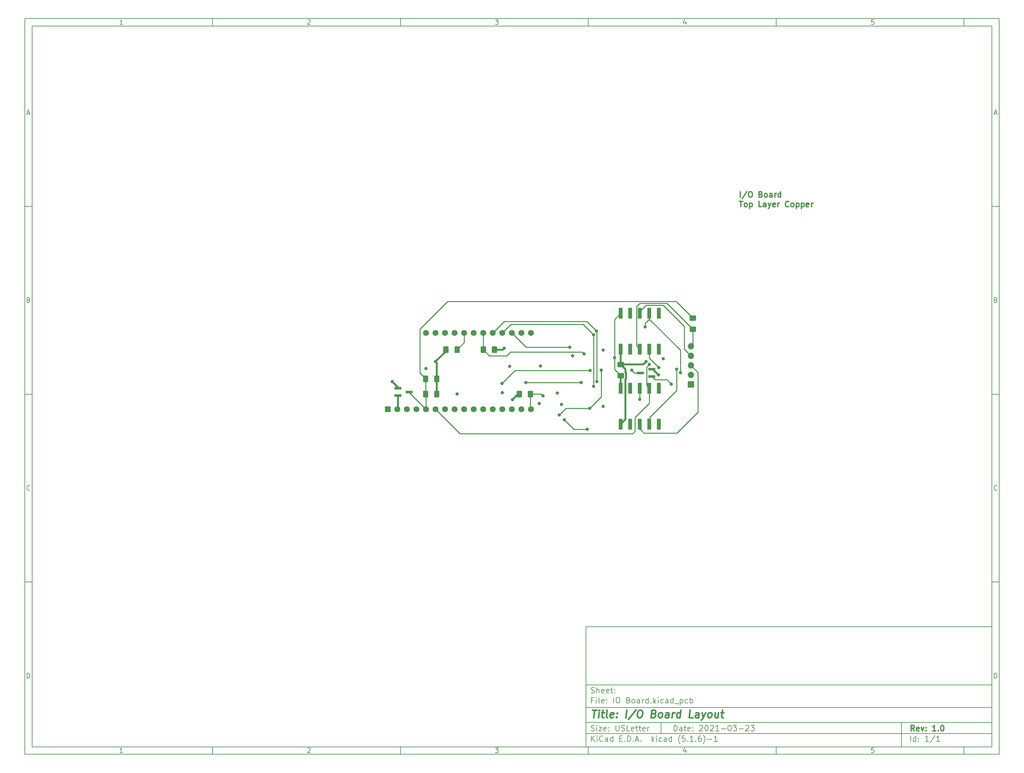
<source format=gbr>
G04 #@! TF.GenerationSoftware,KiCad,Pcbnew,(5.1.6)-1*
G04 #@! TF.CreationDate,2021-03-23T17:10:19-04:00*
G04 #@! TF.ProjectId,IO Board,494f2042-6f61-4726-942e-6b696361645f,1.0*
G04 #@! TF.SameCoordinates,Original*
G04 #@! TF.FileFunction,Copper,L1,Top*
G04 #@! TF.FilePolarity,Positive*
%FSLAX46Y46*%
G04 Gerber Fmt 4.6, Leading zero omitted, Abs format (unit mm)*
G04 Created by KiCad (PCBNEW (5.1.6)-1) date 2021-03-23 17:10:19*
%MOMM*%
%LPD*%
G01*
G04 APERTURE LIST*
%ADD10C,0.100000*%
%ADD11C,0.150000*%
%ADD12C,0.300000*%
%ADD13C,0.400000*%
G04 #@! TA.AperFunction,NonConductor*
%ADD14C,0.300000*%
G04 #@! TD*
G04 #@! TA.AperFunction,ComponentPad*
%ADD15C,1.600000*%
G04 #@! TD*
G04 #@! TA.AperFunction,ComponentPad*
%ADD16R,1.600000X1.600000*%
G04 #@! TD*
G04 #@! TA.AperFunction,SMDPad,CuDef*
%ADD17R,1.900000X0.800000*%
G04 #@! TD*
G04 #@! TA.AperFunction,ComponentPad*
%ADD18R,1.700000X1.700000*%
G04 #@! TD*
G04 #@! TA.AperFunction,ComponentPad*
%ADD19O,1.700000X1.700000*%
G04 #@! TD*
G04 #@! TA.AperFunction,SMDPad,CuDef*
%ADD20R,1.000000X3.000000*%
G04 #@! TD*
G04 #@! TA.AperFunction,ViaPad*
%ADD21C,0.889000*%
G04 #@! TD*
G04 #@! TA.AperFunction,Conductor*
%ADD22C,0.508000*%
G04 #@! TD*
G04 #@! TA.AperFunction,Conductor*
%ADD23C,0.254000*%
G04 #@! TD*
G04 APERTURE END LIST*
D10*
D11*
X159400000Y-171900000D02*
X159400000Y-203900000D01*
X267400000Y-203900000D01*
X267400000Y-171900000D01*
X159400000Y-171900000D01*
D10*
D11*
X10000000Y-10000000D02*
X10000000Y-205900000D01*
X269400000Y-205900000D01*
X269400000Y-10000000D01*
X10000000Y-10000000D01*
D10*
D11*
X12000000Y-12000000D02*
X12000000Y-203900000D01*
X267400000Y-203900000D01*
X267400000Y-12000000D01*
X12000000Y-12000000D01*
D10*
D11*
X60000000Y-12000000D02*
X60000000Y-10000000D01*
D10*
D11*
X110000000Y-12000000D02*
X110000000Y-10000000D01*
D10*
D11*
X160000000Y-12000000D02*
X160000000Y-10000000D01*
D10*
D11*
X210000000Y-12000000D02*
X210000000Y-10000000D01*
D10*
D11*
X260000000Y-12000000D02*
X260000000Y-10000000D01*
D10*
D11*
X36065476Y-11588095D02*
X35322619Y-11588095D01*
X35694047Y-11588095D02*
X35694047Y-10288095D01*
X35570238Y-10473809D01*
X35446428Y-10597619D01*
X35322619Y-10659523D01*
D10*
D11*
X85322619Y-10411904D02*
X85384523Y-10350000D01*
X85508333Y-10288095D01*
X85817857Y-10288095D01*
X85941666Y-10350000D01*
X86003571Y-10411904D01*
X86065476Y-10535714D01*
X86065476Y-10659523D01*
X86003571Y-10845238D01*
X85260714Y-11588095D01*
X86065476Y-11588095D01*
D10*
D11*
X135260714Y-10288095D02*
X136065476Y-10288095D01*
X135632142Y-10783333D01*
X135817857Y-10783333D01*
X135941666Y-10845238D01*
X136003571Y-10907142D01*
X136065476Y-11030952D01*
X136065476Y-11340476D01*
X136003571Y-11464285D01*
X135941666Y-11526190D01*
X135817857Y-11588095D01*
X135446428Y-11588095D01*
X135322619Y-11526190D01*
X135260714Y-11464285D01*
D10*
D11*
X185941666Y-10721428D02*
X185941666Y-11588095D01*
X185632142Y-10226190D02*
X185322619Y-11154761D01*
X186127380Y-11154761D01*
D10*
D11*
X236003571Y-10288095D02*
X235384523Y-10288095D01*
X235322619Y-10907142D01*
X235384523Y-10845238D01*
X235508333Y-10783333D01*
X235817857Y-10783333D01*
X235941666Y-10845238D01*
X236003571Y-10907142D01*
X236065476Y-11030952D01*
X236065476Y-11340476D01*
X236003571Y-11464285D01*
X235941666Y-11526190D01*
X235817857Y-11588095D01*
X235508333Y-11588095D01*
X235384523Y-11526190D01*
X235322619Y-11464285D01*
D10*
D11*
X60000000Y-203900000D02*
X60000000Y-205900000D01*
D10*
D11*
X110000000Y-203900000D02*
X110000000Y-205900000D01*
D10*
D11*
X160000000Y-203900000D02*
X160000000Y-205900000D01*
D10*
D11*
X210000000Y-203900000D02*
X210000000Y-205900000D01*
D10*
D11*
X260000000Y-203900000D02*
X260000000Y-205900000D01*
D10*
D11*
X36065476Y-205488095D02*
X35322619Y-205488095D01*
X35694047Y-205488095D02*
X35694047Y-204188095D01*
X35570238Y-204373809D01*
X35446428Y-204497619D01*
X35322619Y-204559523D01*
D10*
D11*
X85322619Y-204311904D02*
X85384523Y-204250000D01*
X85508333Y-204188095D01*
X85817857Y-204188095D01*
X85941666Y-204250000D01*
X86003571Y-204311904D01*
X86065476Y-204435714D01*
X86065476Y-204559523D01*
X86003571Y-204745238D01*
X85260714Y-205488095D01*
X86065476Y-205488095D01*
D10*
D11*
X135260714Y-204188095D02*
X136065476Y-204188095D01*
X135632142Y-204683333D01*
X135817857Y-204683333D01*
X135941666Y-204745238D01*
X136003571Y-204807142D01*
X136065476Y-204930952D01*
X136065476Y-205240476D01*
X136003571Y-205364285D01*
X135941666Y-205426190D01*
X135817857Y-205488095D01*
X135446428Y-205488095D01*
X135322619Y-205426190D01*
X135260714Y-205364285D01*
D10*
D11*
X185941666Y-204621428D02*
X185941666Y-205488095D01*
X185632142Y-204126190D02*
X185322619Y-205054761D01*
X186127380Y-205054761D01*
D10*
D11*
X236003571Y-204188095D02*
X235384523Y-204188095D01*
X235322619Y-204807142D01*
X235384523Y-204745238D01*
X235508333Y-204683333D01*
X235817857Y-204683333D01*
X235941666Y-204745238D01*
X236003571Y-204807142D01*
X236065476Y-204930952D01*
X236065476Y-205240476D01*
X236003571Y-205364285D01*
X235941666Y-205426190D01*
X235817857Y-205488095D01*
X235508333Y-205488095D01*
X235384523Y-205426190D01*
X235322619Y-205364285D01*
D10*
D11*
X10000000Y-60000000D02*
X12000000Y-60000000D01*
D10*
D11*
X10000000Y-110000000D02*
X12000000Y-110000000D01*
D10*
D11*
X10000000Y-160000000D02*
X12000000Y-160000000D01*
D10*
D11*
X10690476Y-35216666D02*
X11309523Y-35216666D01*
X10566666Y-35588095D02*
X11000000Y-34288095D01*
X11433333Y-35588095D01*
D10*
D11*
X11092857Y-84907142D02*
X11278571Y-84969047D01*
X11340476Y-85030952D01*
X11402380Y-85154761D01*
X11402380Y-85340476D01*
X11340476Y-85464285D01*
X11278571Y-85526190D01*
X11154761Y-85588095D01*
X10659523Y-85588095D01*
X10659523Y-84288095D01*
X11092857Y-84288095D01*
X11216666Y-84350000D01*
X11278571Y-84411904D01*
X11340476Y-84535714D01*
X11340476Y-84659523D01*
X11278571Y-84783333D01*
X11216666Y-84845238D01*
X11092857Y-84907142D01*
X10659523Y-84907142D01*
D10*
D11*
X11402380Y-135464285D02*
X11340476Y-135526190D01*
X11154761Y-135588095D01*
X11030952Y-135588095D01*
X10845238Y-135526190D01*
X10721428Y-135402380D01*
X10659523Y-135278571D01*
X10597619Y-135030952D01*
X10597619Y-134845238D01*
X10659523Y-134597619D01*
X10721428Y-134473809D01*
X10845238Y-134350000D01*
X11030952Y-134288095D01*
X11154761Y-134288095D01*
X11340476Y-134350000D01*
X11402380Y-134411904D01*
D10*
D11*
X10659523Y-185588095D02*
X10659523Y-184288095D01*
X10969047Y-184288095D01*
X11154761Y-184350000D01*
X11278571Y-184473809D01*
X11340476Y-184597619D01*
X11402380Y-184845238D01*
X11402380Y-185030952D01*
X11340476Y-185278571D01*
X11278571Y-185402380D01*
X11154761Y-185526190D01*
X10969047Y-185588095D01*
X10659523Y-185588095D01*
D10*
D11*
X269400000Y-60000000D02*
X267400000Y-60000000D01*
D10*
D11*
X269400000Y-110000000D02*
X267400000Y-110000000D01*
D10*
D11*
X269400000Y-160000000D02*
X267400000Y-160000000D01*
D10*
D11*
X268090476Y-35216666D02*
X268709523Y-35216666D01*
X267966666Y-35588095D02*
X268400000Y-34288095D01*
X268833333Y-35588095D01*
D10*
D11*
X268492857Y-84907142D02*
X268678571Y-84969047D01*
X268740476Y-85030952D01*
X268802380Y-85154761D01*
X268802380Y-85340476D01*
X268740476Y-85464285D01*
X268678571Y-85526190D01*
X268554761Y-85588095D01*
X268059523Y-85588095D01*
X268059523Y-84288095D01*
X268492857Y-84288095D01*
X268616666Y-84350000D01*
X268678571Y-84411904D01*
X268740476Y-84535714D01*
X268740476Y-84659523D01*
X268678571Y-84783333D01*
X268616666Y-84845238D01*
X268492857Y-84907142D01*
X268059523Y-84907142D01*
D10*
D11*
X268802380Y-135464285D02*
X268740476Y-135526190D01*
X268554761Y-135588095D01*
X268430952Y-135588095D01*
X268245238Y-135526190D01*
X268121428Y-135402380D01*
X268059523Y-135278571D01*
X267997619Y-135030952D01*
X267997619Y-134845238D01*
X268059523Y-134597619D01*
X268121428Y-134473809D01*
X268245238Y-134350000D01*
X268430952Y-134288095D01*
X268554761Y-134288095D01*
X268740476Y-134350000D01*
X268802380Y-134411904D01*
D10*
D11*
X268059523Y-185588095D02*
X268059523Y-184288095D01*
X268369047Y-184288095D01*
X268554761Y-184350000D01*
X268678571Y-184473809D01*
X268740476Y-184597619D01*
X268802380Y-184845238D01*
X268802380Y-185030952D01*
X268740476Y-185278571D01*
X268678571Y-185402380D01*
X268554761Y-185526190D01*
X268369047Y-185588095D01*
X268059523Y-185588095D01*
D10*
D11*
X182832142Y-199678571D02*
X182832142Y-198178571D01*
X183189285Y-198178571D01*
X183403571Y-198250000D01*
X183546428Y-198392857D01*
X183617857Y-198535714D01*
X183689285Y-198821428D01*
X183689285Y-199035714D01*
X183617857Y-199321428D01*
X183546428Y-199464285D01*
X183403571Y-199607142D01*
X183189285Y-199678571D01*
X182832142Y-199678571D01*
X184975000Y-199678571D02*
X184975000Y-198892857D01*
X184903571Y-198750000D01*
X184760714Y-198678571D01*
X184475000Y-198678571D01*
X184332142Y-198750000D01*
X184975000Y-199607142D02*
X184832142Y-199678571D01*
X184475000Y-199678571D01*
X184332142Y-199607142D01*
X184260714Y-199464285D01*
X184260714Y-199321428D01*
X184332142Y-199178571D01*
X184475000Y-199107142D01*
X184832142Y-199107142D01*
X184975000Y-199035714D01*
X185475000Y-198678571D02*
X186046428Y-198678571D01*
X185689285Y-198178571D02*
X185689285Y-199464285D01*
X185760714Y-199607142D01*
X185903571Y-199678571D01*
X186046428Y-199678571D01*
X187117857Y-199607142D02*
X186975000Y-199678571D01*
X186689285Y-199678571D01*
X186546428Y-199607142D01*
X186475000Y-199464285D01*
X186475000Y-198892857D01*
X186546428Y-198750000D01*
X186689285Y-198678571D01*
X186975000Y-198678571D01*
X187117857Y-198750000D01*
X187189285Y-198892857D01*
X187189285Y-199035714D01*
X186475000Y-199178571D01*
X187832142Y-199535714D02*
X187903571Y-199607142D01*
X187832142Y-199678571D01*
X187760714Y-199607142D01*
X187832142Y-199535714D01*
X187832142Y-199678571D01*
X187832142Y-198750000D02*
X187903571Y-198821428D01*
X187832142Y-198892857D01*
X187760714Y-198821428D01*
X187832142Y-198750000D01*
X187832142Y-198892857D01*
X189617857Y-198321428D02*
X189689285Y-198250000D01*
X189832142Y-198178571D01*
X190189285Y-198178571D01*
X190332142Y-198250000D01*
X190403571Y-198321428D01*
X190475000Y-198464285D01*
X190475000Y-198607142D01*
X190403571Y-198821428D01*
X189546428Y-199678571D01*
X190475000Y-199678571D01*
X191403571Y-198178571D02*
X191546428Y-198178571D01*
X191689285Y-198250000D01*
X191760714Y-198321428D01*
X191832142Y-198464285D01*
X191903571Y-198750000D01*
X191903571Y-199107142D01*
X191832142Y-199392857D01*
X191760714Y-199535714D01*
X191689285Y-199607142D01*
X191546428Y-199678571D01*
X191403571Y-199678571D01*
X191260714Y-199607142D01*
X191189285Y-199535714D01*
X191117857Y-199392857D01*
X191046428Y-199107142D01*
X191046428Y-198750000D01*
X191117857Y-198464285D01*
X191189285Y-198321428D01*
X191260714Y-198250000D01*
X191403571Y-198178571D01*
X192475000Y-198321428D02*
X192546428Y-198250000D01*
X192689285Y-198178571D01*
X193046428Y-198178571D01*
X193189285Y-198250000D01*
X193260714Y-198321428D01*
X193332142Y-198464285D01*
X193332142Y-198607142D01*
X193260714Y-198821428D01*
X192403571Y-199678571D01*
X193332142Y-199678571D01*
X194760714Y-199678571D02*
X193903571Y-199678571D01*
X194332142Y-199678571D02*
X194332142Y-198178571D01*
X194189285Y-198392857D01*
X194046428Y-198535714D01*
X193903571Y-198607142D01*
X195403571Y-199107142D02*
X196546428Y-199107142D01*
X197546428Y-198178571D02*
X197689285Y-198178571D01*
X197832142Y-198250000D01*
X197903571Y-198321428D01*
X197975000Y-198464285D01*
X198046428Y-198750000D01*
X198046428Y-199107142D01*
X197975000Y-199392857D01*
X197903571Y-199535714D01*
X197832142Y-199607142D01*
X197689285Y-199678571D01*
X197546428Y-199678571D01*
X197403571Y-199607142D01*
X197332142Y-199535714D01*
X197260714Y-199392857D01*
X197189285Y-199107142D01*
X197189285Y-198750000D01*
X197260714Y-198464285D01*
X197332142Y-198321428D01*
X197403571Y-198250000D01*
X197546428Y-198178571D01*
X198546428Y-198178571D02*
X199475000Y-198178571D01*
X198975000Y-198750000D01*
X199189285Y-198750000D01*
X199332142Y-198821428D01*
X199403571Y-198892857D01*
X199475000Y-199035714D01*
X199475000Y-199392857D01*
X199403571Y-199535714D01*
X199332142Y-199607142D01*
X199189285Y-199678571D01*
X198760714Y-199678571D01*
X198617857Y-199607142D01*
X198546428Y-199535714D01*
X200117857Y-199107142D02*
X201260714Y-199107142D01*
X201903571Y-198321428D02*
X201975000Y-198250000D01*
X202117857Y-198178571D01*
X202475000Y-198178571D01*
X202617857Y-198250000D01*
X202689285Y-198321428D01*
X202760714Y-198464285D01*
X202760714Y-198607142D01*
X202689285Y-198821428D01*
X201832142Y-199678571D01*
X202760714Y-199678571D01*
X203260714Y-198178571D02*
X204189285Y-198178571D01*
X203689285Y-198750000D01*
X203903571Y-198750000D01*
X204046428Y-198821428D01*
X204117857Y-198892857D01*
X204189285Y-199035714D01*
X204189285Y-199392857D01*
X204117857Y-199535714D01*
X204046428Y-199607142D01*
X203903571Y-199678571D01*
X203475000Y-199678571D01*
X203332142Y-199607142D01*
X203260714Y-199535714D01*
D10*
D11*
X159400000Y-200400000D02*
X267400000Y-200400000D01*
D10*
D11*
X160832142Y-202478571D02*
X160832142Y-200978571D01*
X161689285Y-202478571D02*
X161046428Y-201621428D01*
X161689285Y-200978571D02*
X160832142Y-201835714D01*
X162332142Y-202478571D02*
X162332142Y-201478571D01*
X162332142Y-200978571D02*
X162260714Y-201050000D01*
X162332142Y-201121428D01*
X162403571Y-201050000D01*
X162332142Y-200978571D01*
X162332142Y-201121428D01*
X163903571Y-202335714D02*
X163832142Y-202407142D01*
X163617857Y-202478571D01*
X163475000Y-202478571D01*
X163260714Y-202407142D01*
X163117857Y-202264285D01*
X163046428Y-202121428D01*
X162975000Y-201835714D01*
X162975000Y-201621428D01*
X163046428Y-201335714D01*
X163117857Y-201192857D01*
X163260714Y-201050000D01*
X163475000Y-200978571D01*
X163617857Y-200978571D01*
X163832142Y-201050000D01*
X163903571Y-201121428D01*
X165189285Y-202478571D02*
X165189285Y-201692857D01*
X165117857Y-201550000D01*
X164975000Y-201478571D01*
X164689285Y-201478571D01*
X164546428Y-201550000D01*
X165189285Y-202407142D02*
X165046428Y-202478571D01*
X164689285Y-202478571D01*
X164546428Y-202407142D01*
X164475000Y-202264285D01*
X164475000Y-202121428D01*
X164546428Y-201978571D01*
X164689285Y-201907142D01*
X165046428Y-201907142D01*
X165189285Y-201835714D01*
X166546428Y-202478571D02*
X166546428Y-200978571D01*
X166546428Y-202407142D02*
X166403571Y-202478571D01*
X166117857Y-202478571D01*
X165975000Y-202407142D01*
X165903571Y-202335714D01*
X165832142Y-202192857D01*
X165832142Y-201764285D01*
X165903571Y-201621428D01*
X165975000Y-201550000D01*
X166117857Y-201478571D01*
X166403571Y-201478571D01*
X166546428Y-201550000D01*
X168403571Y-201692857D02*
X168903571Y-201692857D01*
X169117857Y-202478571D02*
X168403571Y-202478571D01*
X168403571Y-200978571D01*
X169117857Y-200978571D01*
X169760714Y-202335714D02*
X169832142Y-202407142D01*
X169760714Y-202478571D01*
X169689285Y-202407142D01*
X169760714Y-202335714D01*
X169760714Y-202478571D01*
X170475000Y-202478571D02*
X170475000Y-200978571D01*
X170832142Y-200978571D01*
X171046428Y-201050000D01*
X171189285Y-201192857D01*
X171260714Y-201335714D01*
X171332142Y-201621428D01*
X171332142Y-201835714D01*
X171260714Y-202121428D01*
X171189285Y-202264285D01*
X171046428Y-202407142D01*
X170832142Y-202478571D01*
X170475000Y-202478571D01*
X171975000Y-202335714D02*
X172046428Y-202407142D01*
X171975000Y-202478571D01*
X171903571Y-202407142D01*
X171975000Y-202335714D01*
X171975000Y-202478571D01*
X172617857Y-202050000D02*
X173332142Y-202050000D01*
X172475000Y-202478571D02*
X172975000Y-200978571D01*
X173475000Y-202478571D01*
X173975000Y-202335714D02*
X174046428Y-202407142D01*
X173975000Y-202478571D01*
X173903571Y-202407142D01*
X173975000Y-202335714D01*
X173975000Y-202478571D01*
X176975000Y-202478571D02*
X176975000Y-200978571D01*
X177117857Y-201907142D02*
X177546428Y-202478571D01*
X177546428Y-201478571D02*
X176975000Y-202050000D01*
X178189285Y-202478571D02*
X178189285Y-201478571D01*
X178189285Y-200978571D02*
X178117857Y-201050000D01*
X178189285Y-201121428D01*
X178260714Y-201050000D01*
X178189285Y-200978571D01*
X178189285Y-201121428D01*
X179546428Y-202407142D02*
X179403571Y-202478571D01*
X179117857Y-202478571D01*
X178975000Y-202407142D01*
X178903571Y-202335714D01*
X178832142Y-202192857D01*
X178832142Y-201764285D01*
X178903571Y-201621428D01*
X178975000Y-201550000D01*
X179117857Y-201478571D01*
X179403571Y-201478571D01*
X179546428Y-201550000D01*
X180832142Y-202478571D02*
X180832142Y-201692857D01*
X180760714Y-201550000D01*
X180617857Y-201478571D01*
X180332142Y-201478571D01*
X180189285Y-201550000D01*
X180832142Y-202407142D02*
X180689285Y-202478571D01*
X180332142Y-202478571D01*
X180189285Y-202407142D01*
X180117857Y-202264285D01*
X180117857Y-202121428D01*
X180189285Y-201978571D01*
X180332142Y-201907142D01*
X180689285Y-201907142D01*
X180832142Y-201835714D01*
X182189285Y-202478571D02*
X182189285Y-200978571D01*
X182189285Y-202407142D02*
X182046428Y-202478571D01*
X181760714Y-202478571D01*
X181617857Y-202407142D01*
X181546428Y-202335714D01*
X181475000Y-202192857D01*
X181475000Y-201764285D01*
X181546428Y-201621428D01*
X181617857Y-201550000D01*
X181760714Y-201478571D01*
X182046428Y-201478571D01*
X182189285Y-201550000D01*
X184475000Y-203050000D02*
X184403571Y-202978571D01*
X184260714Y-202764285D01*
X184189285Y-202621428D01*
X184117857Y-202407142D01*
X184046428Y-202050000D01*
X184046428Y-201764285D01*
X184117857Y-201407142D01*
X184189285Y-201192857D01*
X184260714Y-201050000D01*
X184403571Y-200835714D01*
X184475000Y-200764285D01*
X185760714Y-200978571D02*
X185046428Y-200978571D01*
X184975000Y-201692857D01*
X185046428Y-201621428D01*
X185189285Y-201550000D01*
X185546428Y-201550000D01*
X185689285Y-201621428D01*
X185760714Y-201692857D01*
X185832142Y-201835714D01*
X185832142Y-202192857D01*
X185760714Y-202335714D01*
X185689285Y-202407142D01*
X185546428Y-202478571D01*
X185189285Y-202478571D01*
X185046428Y-202407142D01*
X184975000Y-202335714D01*
X186475000Y-202335714D02*
X186546428Y-202407142D01*
X186475000Y-202478571D01*
X186403571Y-202407142D01*
X186475000Y-202335714D01*
X186475000Y-202478571D01*
X187975000Y-202478571D02*
X187117857Y-202478571D01*
X187546428Y-202478571D02*
X187546428Y-200978571D01*
X187403571Y-201192857D01*
X187260714Y-201335714D01*
X187117857Y-201407142D01*
X188617857Y-202335714D02*
X188689285Y-202407142D01*
X188617857Y-202478571D01*
X188546428Y-202407142D01*
X188617857Y-202335714D01*
X188617857Y-202478571D01*
X189975000Y-200978571D02*
X189689285Y-200978571D01*
X189546428Y-201050000D01*
X189475000Y-201121428D01*
X189332142Y-201335714D01*
X189260714Y-201621428D01*
X189260714Y-202192857D01*
X189332142Y-202335714D01*
X189403571Y-202407142D01*
X189546428Y-202478571D01*
X189832142Y-202478571D01*
X189975000Y-202407142D01*
X190046428Y-202335714D01*
X190117857Y-202192857D01*
X190117857Y-201835714D01*
X190046428Y-201692857D01*
X189975000Y-201621428D01*
X189832142Y-201550000D01*
X189546428Y-201550000D01*
X189403571Y-201621428D01*
X189332142Y-201692857D01*
X189260714Y-201835714D01*
X190617857Y-203050000D02*
X190689285Y-202978571D01*
X190832142Y-202764285D01*
X190903571Y-202621428D01*
X190975000Y-202407142D01*
X191046428Y-202050000D01*
X191046428Y-201764285D01*
X190975000Y-201407142D01*
X190903571Y-201192857D01*
X190832142Y-201050000D01*
X190689285Y-200835714D01*
X190617857Y-200764285D01*
X191760714Y-201907142D02*
X192903571Y-201907142D01*
X194403571Y-202478571D02*
X193546428Y-202478571D01*
X193975000Y-202478571D02*
X193975000Y-200978571D01*
X193832142Y-201192857D01*
X193689285Y-201335714D01*
X193546428Y-201407142D01*
D10*
D11*
X159400000Y-197400000D02*
X267400000Y-197400000D01*
D10*
D12*
X246809285Y-199678571D02*
X246309285Y-198964285D01*
X245952142Y-199678571D02*
X245952142Y-198178571D01*
X246523571Y-198178571D01*
X246666428Y-198250000D01*
X246737857Y-198321428D01*
X246809285Y-198464285D01*
X246809285Y-198678571D01*
X246737857Y-198821428D01*
X246666428Y-198892857D01*
X246523571Y-198964285D01*
X245952142Y-198964285D01*
X248023571Y-199607142D02*
X247880714Y-199678571D01*
X247595000Y-199678571D01*
X247452142Y-199607142D01*
X247380714Y-199464285D01*
X247380714Y-198892857D01*
X247452142Y-198750000D01*
X247595000Y-198678571D01*
X247880714Y-198678571D01*
X248023571Y-198750000D01*
X248095000Y-198892857D01*
X248095000Y-199035714D01*
X247380714Y-199178571D01*
X248595000Y-198678571D02*
X248952142Y-199678571D01*
X249309285Y-198678571D01*
X249880714Y-199535714D02*
X249952142Y-199607142D01*
X249880714Y-199678571D01*
X249809285Y-199607142D01*
X249880714Y-199535714D01*
X249880714Y-199678571D01*
X249880714Y-198750000D02*
X249952142Y-198821428D01*
X249880714Y-198892857D01*
X249809285Y-198821428D01*
X249880714Y-198750000D01*
X249880714Y-198892857D01*
X252523571Y-199678571D02*
X251666428Y-199678571D01*
X252095000Y-199678571D02*
X252095000Y-198178571D01*
X251952142Y-198392857D01*
X251809285Y-198535714D01*
X251666428Y-198607142D01*
X253166428Y-199535714D02*
X253237857Y-199607142D01*
X253166428Y-199678571D01*
X253095000Y-199607142D01*
X253166428Y-199535714D01*
X253166428Y-199678571D01*
X254166428Y-198178571D02*
X254309285Y-198178571D01*
X254452142Y-198250000D01*
X254523571Y-198321428D01*
X254595000Y-198464285D01*
X254666428Y-198750000D01*
X254666428Y-199107142D01*
X254595000Y-199392857D01*
X254523571Y-199535714D01*
X254452142Y-199607142D01*
X254309285Y-199678571D01*
X254166428Y-199678571D01*
X254023571Y-199607142D01*
X253952142Y-199535714D01*
X253880714Y-199392857D01*
X253809285Y-199107142D01*
X253809285Y-198750000D01*
X253880714Y-198464285D01*
X253952142Y-198321428D01*
X254023571Y-198250000D01*
X254166428Y-198178571D01*
D10*
D11*
X160760714Y-199607142D02*
X160975000Y-199678571D01*
X161332142Y-199678571D01*
X161475000Y-199607142D01*
X161546428Y-199535714D01*
X161617857Y-199392857D01*
X161617857Y-199250000D01*
X161546428Y-199107142D01*
X161475000Y-199035714D01*
X161332142Y-198964285D01*
X161046428Y-198892857D01*
X160903571Y-198821428D01*
X160832142Y-198750000D01*
X160760714Y-198607142D01*
X160760714Y-198464285D01*
X160832142Y-198321428D01*
X160903571Y-198250000D01*
X161046428Y-198178571D01*
X161403571Y-198178571D01*
X161617857Y-198250000D01*
X162260714Y-199678571D02*
X162260714Y-198678571D01*
X162260714Y-198178571D02*
X162189285Y-198250000D01*
X162260714Y-198321428D01*
X162332142Y-198250000D01*
X162260714Y-198178571D01*
X162260714Y-198321428D01*
X162832142Y-198678571D02*
X163617857Y-198678571D01*
X162832142Y-199678571D01*
X163617857Y-199678571D01*
X164760714Y-199607142D02*
X164617857Y-199678571D01*
X164332142Y-199678571D01*
X164189285Y-199607142D01*
X164117857Y-199464285D01*
X164117857Y-198892857D01*
X164189285Y-198750000D01*
X164332142Y-198678571D01*
X164617857Y-198678571D01*
X164760714Y-198750000D01*
X164832142Y-198892857D01*
X164832142Y-199035714D01*
X164117857Y-199178571D01*
X165475000Y-199535714D02*
X165546428Y-199607142D01*
X165475000Y-199678571D01*
X165403571Y-199607142D01*
X165475000Y-199535714D01*
X165475000Y-199678571D01*
X165475000Y-198750000D02*
X165546428Y-198821428D01*
X165475000Y-198892857D01*
X165403571Y-198821428D01*
X165475000Y-198750000D01*
X165475000Y-198892857D01*
X167332142Y-198178571D02*
X167332142Y-199392857D01*
X167403571Y-199535714D01*
X167475000Y-199607142D01*
X167617857Y-199678571D01*
X167903571Y-199678571D01*
X168046428Y-199607142D01*
X168117857Y-199535714D01*
X168189285Y-199392857D01*
X168189285Y-198178571D01*
X168832142Y-199607142D02*
X169046428Y-199678571D01*
X169403571Y-199678571D01*
X169546428Y-199607142D01*
X169617857Y-199535714D01*
X169689285Y-199392857D01*
X169689285Y-199250000D01*
X169617857Y-199107142D01*
X169546428Y-199035714D01*
X169403571Y-198964285D01*
X169117857Y-198892857D01*
X168975000Y-198821428D01*
X168903571Y-198750000D01*
X168832142Y-198607142D01*
X168832142Y-198464285D01*
X168903571Y-198321428D01*
X168975000Y-198250000D01*
X169117857Y-198178571D01*
X169475000Y-198178571D01*
X169689285Y-198250000D01*
X171046428Y-199678571D02*
X170332142Y-199678571D01*
X170332142Y-198178571D01*
X172117857Y-199607142D02*
X171975000Y-199678571D01*
X171689285Y-199678571D01*
X171546428Y-199607142D01*
X171475000Y-199464285D01*
X171475000Y-198892857D01*
X171546428Y-198750000D01*
X171689285Y-198678571D01*
X171975000Y-198678571D01*
X172117857Y-198750000D01*
X172189285Y-198892857D01*
X172189285Y-199035714D01*
X171475000Y-199178571D01*
X172617857Y-198678571D02*
X173189285Y-198678571D01*
X172832142Y-198178571D02*
X172832142Y-199464285D01*
X172903571Y-199607142D01*
X173046428Y-199678571D01*
X173189285Y-199678571D01*
X173475000Y-198678571D02*
X174046428Y-198678571D01*
X173689285Y-198178571D02*
X173689285Y-199464285D01*
X173760714Y-199607142D01*
X173903571Y-199678571D01*
X174046428Y-199678571D01*
X175117857Y-199607142D02*
X174975000Y-199678571D01*
X174689285Y-199678571D01*
X174546428Y-199607142D01*
X174475000Y-199464285D01*
X174475000Y-198892857D01*
X174546428Y-198750000D01*
X174689285Y-198678571D01*
X174975000Y-198678571D01*
X175117857Y-198750000D01*
X175189285Y-198892857D01*
X175189285Y-199035714D01*
X174475000Y-199178571D01*
X175832142Y-199678571D02*
X175832142Y-198678571D01*
X175832142Y-198964285D02*
X175903571Y-198821428D01*
X175975000Y-198750000D01*
X176117857Y-198678571D01*
X176260714Y-198678571D01*
D10*
D11*
X245832142Y-202478571D02*
X245832142Y-200978571D01*
X247189285Y-202478571D02*
X247189285Y-200978571D01*
X247189285Y-202407142D02*
X247046428Y-202478571D01*
X246760714Y-202478571D01*
X246617857Y-202407142D01*
X246546428Y-202335714D01*
X246475000Y-202192857D01*
X246475000Y-201764285D01*
X246546428Y-201621428D01*
X246617857Y-201550000D01*
X246760714Y-201478571D01*
X247046428Y-201478571D01*
X247189285Y-201550000D01*
X247903571Y-202335714D02*
X247975000Y-202407142D01*
X247903571Y-202478571D01*
X247832142Y-202407142D01*
X247903571Y-202335714D01*
X247903571Y-202478571D01*
X247903571Y-201550000D02*
X247975000Y-201621428D01*
X247903571Y-201692857D01*
X247832142Y-201621428D01*
X247903571Y-201550000D01*
X247903571Y-201692857D01*
X250546428Y-202478571D02*
X249689285Y-202478571D01*
X250117857Y-202478571D02*
X250117857Y-200978571D01*
X249975000Y-201192857D01*
X249832142Y-201335714D01*
X249689285Y-201407142D01*
X252260714Y-200907142D02*
X250975000Y-202835714D01*
X253546428Y-202478571D02*
X252689285Y-202478571D01*
X253117857Y-202478571D02*
X253117857Y-200978571D01*
X252975000Y-201192857D01*
X252832142Y-201335714D01*
X252689285Y-201407142D01*
D10*
D11*
X159400000Y-193400000D02*
X267400000Y-193400000D01*
D10*
D13*
X161112380Y-194104761D02*
X162255238Y-194104761D01*
X161433809Y-196104761D02*
X161683809Y-194104761D01*
X162671904Y-196104761D02*
X162838571Y-194771428D01*
X162921904Y-194104761D02*
X162814761Y-194200000D01*
X162898095Y-194295238D01*
X163005238Y-194200000D01*
X162921904Y-194104761D01*
X162898095Y-194295238D01*
X163505238Y-194771428D02*
X164267142Y-194771428D01*
X163874285Y-194104761D02*
X163660000Y-195819047D01*
X163731428Y-196009523D01*
X163910000Y-196104761D01*
X164100476Y-196104761D01*
X165052857Y-196104761D02*
X164874285Y-196009523D01*
X164802857Y-195819047D01*
X165017142Y-194104761D01*
X166588571Y-196009523D02*
X166386190Y-196104761D01*
X166005238Y-196104761D01*
X165826666Y-196009523D01*
X165755238Y-195819047D01*
X165850476Y-195057142D01*
X165969523Y-194866666D01*
X166171904Y-194771428D01*
X166552857Y-194771428D01*
X166731428Y-194866666D01*
X166802857Y-195057142D01*
X166779047Y-195247619D01*
X165802857Y-195438095D01*
X167552857Y-195914285D02*
X167636190Y-196009523D01*
X167529047Y-196104761D01*
X167445714Y-196009523D01*
X167552857Y-195914285D01*
X167529047Y-196104761D01*
X167683809Y-194866666D02*
X167767142Y-194961904D01*
X167660000Y-195057142D01*
X167576666Y-194961904D01*
X167683809Y-194866666D01*
X167660000Y-195057142D01*
X170005238Y-196104761D02*
X170255238Y-194104761D01*
X172648095Y-194009523D02*
X170612380Y-196580952D01*
X173683809Y-194104761D02*
X174064761Y-194104761D01*
X174243333Y-194200000D01*
X174410000Y-194390476D01*
X174457619Y-194771428D01*
X174374285Y-195438095D01*
X174231428Y-195819047D01*
X174017142Y-196009523D01*
X173814761Y-196104761D01*
X173433809Y-196104761D01*
X173255238Y-196009523D01*
X173088571Y-195819047D01*
X173040952Y-195438095D01*
X173124285Y-194771428D01*
X173267142Y-194390476D01*
X173481428Y-194200000D01*
X173683809Y-194104761D01*
X177469523Y-195057142D02*
X177743333Y-195152380D01*
X177826666Y-195247619D01*
X177898095Y-195438095D01*
X177862380Y-195723809D01*
X177743333Y-195914285D01*
X177636190Y-196009523D01*
X177433809Y-196104761D01*
X176671904Y-196104761D01*
X176921904Y-194104761D01*
X177588571Y-194104761D01*
X177767142Y-194200000D01*
X177850476Y-194295238D01*
X177921904Y-194485714D01*
X177898095Y-194676190D01*
X177779047Y-194866666D01*
X177671904Y-194961904D01*
X177469523Y-195057142D01*
X176802857Y-195057142D01*
X178957619Y-196104761D02*
X178779047Y-196009523D01*
X178695714Y-195914285D01*
X178624285Y-195723809D01*
X178695714Y-195152380D01*
X178814761Y-194961904D01*
X178921904Y-194866666D01*
X179124285Y-194771428D01*
X179410000Y-194771428D01*
X179588571Y-194866666D01*
X179671904Y-194961904D01*
X179743333Y-195152380D01*
X179671904Y-195723809D01*
X179552857Y-195914285D01*
X179445714Y-196009523D01*
X179243333Y-196104761D01*
X178957619Y-196104761D01*
X181338571Y-196104761D02*
X181469523Y-195057142D01*
X181398095Y-194866666D01*
X181219523Y-194771428D01*
X180838571Y-194771428D01*
X180636190Y-194866666D01*
X181350476Y-196009523D02*
X181148095Y-196104761D01*
X180671904Y-196104761D01*
X180493333Y-196009523D01*
X180421904Y-195819047D01*
X180445714Y-195628571D01*
X180564761Y-195438095D01*
X180767142Y-195342857D01*
X181243333Y-195342857D01*
X181445714Y-195247619D01*
X182290952Y-196104761D02*
X182457619Y-194771428D01*
X182410000Y-195152380D02*
X182529047Y-194961904D01*
X182636190Y-194866666D01*
X182838571Y-194771428D01*
X183029047Y-194771428D01*
X184386190Y-196104761D02*
X184636190Y-194104761D01*
X184398095Y-196009523D02*
X184195714Y-196104761D01*
X183814761Y-196104761D01*
X183636190Y-196009523D01*
X183552857Y-195914285D01*
X183481428Y-195723809D01*
X183552857Y-195152380D01*
X183671904Y-194961904D01*
X183779047Y-194866666D01*
X183981428Y-194771428D01*
X184362380Y-194771428D01*
X184540952Y-194866666D01*
X187814761Y-196104761D02*
X186862380Y-196104761D01*
X187112380Y-194104761D01*
X189338571Y-196104761D02*
X189469523Y-195057142D01*
X189398095Y-194866666D01*
X189219523Y-194771428D01*
X188838571Y-194771428D01*
X188636190Y-194866666D01*
X189350476Y-196009523D02*
X189148095Y-196104761D01*
X188671904Y-196104761D01*
X188493333Y-196009523D01*
X188421904Y-195819047D01*
X188445714Y-195628571D01*
X188564761Y-195438095D01*
X188767142Y-195342857D01*
X189243333Y-195342857D01*
X189445714Y-195247619D01*
X190267142Y-194771428D02*
X190576666Y-196104761D01*
X191219523Y-194771428D02*
X190576666Y-196104761D01*
X190326666Y-196580952D01*
X190219523Y-196676190D01*
X190017142Y-196771428D01*
X192100476Y-196104761D02*
X191921904Y-196009523D01*
X191838571Y-195914285D01*
X191767142Y-195723809D01*
X191838571Y-195152380D01*
X191957619Y-194961904D01*
X192064761Y-194866666D01*
X192267142Y-194771428D01*
X192552857Y-194771428D01*
X192731428Y-194866666D01*
X192814761Y-194961904D01*
X192886190Y-195152380D01*
X192814761Y-195723809D01*
X192695714Y-195914285D01*
X192588571Y-196009523D01*
X192386190Y-196104761D01*
X192100476Y-196104761D01*
X194648095Y-194771428D02*
X194481428Y-196104761D01*
X193790952Y-194771428D02*
X193660000Y-195819047D01*
X193731428Y-196009523D01*
X193910000Y-196104761D01*
X194195714Y-196104761D01*
X194398095Y-196009523D01*
X194505238Y-195914285D01*
X195314761Y-194771428D02*
X196076666Y-194771428D01*
X195683809Y-194104761D02*
X195469523Y-195819047D01*
X195540952Y-196009523D01*
X195719523Y-196104761D01*
X195910000Y-196104761D01*
D10*
D11*
X161332142Y-191492857D02*
X160832142Y-191492857D01*
X160832142Y-192278571D02*
X160832142Y-190778571D01*
X161546428Y-190778571D01*
X162117857Y-192278571D02*
X162117857Y-191278571D01*
X162117857Y-190778571D02*
X162046428Y-190850000D01*
X162117857Y-190921428D01*
X162189285Y-190850000D01*
X162117857Y-190778571D01*
X162117857Y-190921428D01*
X163046428Y-192278571D02*
X162903571Y-192207142D01*
X162832142Y-192064285D01*
X162832142Y-190778571D01*
X164189285Y-192207142D02*
X164046428Y-192278571D01*
X163760714Y-192278571D01*
X163617857Y-192207142D01*
X163546428Y-192064285D01*
X163546428Y-191492857D01*
X163617857Y-191350000D01*
X163760714Y-191278571D01*
X164046428Y-191278571D01*
X164189285Y-191350000D01*
X164260714Y-191492857D01*
X164260714Y-191635714D01*
X163546428Y-191778571D01*
X164903571Y-192135714D02*
X164975000Y-192207142D01*
X164903571Y-192278571D01*
X164832142Y-192207142D01*
X164903571Y-192135714D01*
X164903571Y-192278571D01*
X164903571Y-191350000D02*
X164975000Y-191421428D01*
X164903571Y-191492857D01*
X164832142Y-191421428D01*
X164903571Y-191350000D01*
X164903571Y-191492857D01*
X166760714Y-192278571D02*
X166760714Y-190778571D01*
X167760714Y-190778571D02*
X168046428Y-190778571D01*
X168189285Y-190850000D01*
X168332142Y-190992857D01*
X168403571Y-191278571D01*
X168403571Y-191778571D01*
X168332142Y-192064285D01*
X168189285Y-192207142D01*
X168046428Y-192278571D01*
X167760714Y-192278571D01*
X167617857Y-192207142D01*
X167475000Y-192064285D01*
X167403571Y-191778571D01*
X167403571Y-191278571D01*
X167475000Y-190992857D01*
X167617857Y-190850000D01*
X167760714Y-190778571D01*
X170689285Y-191492857D02*
X170903571Y-191564285D01*
X170975000Y-191635714D01*
X171046428Y-191778571D01*
X171046428Y-191992857D01*
X170975000Y-192135714D01*
X170903571Y-192207142D01*
X170760714Y-192278571D01*
X170189285Y-192278571D01*
X170189285Y-190778571D01*
X170689285Y-190778571D01*
X170832142Y-190850000D01*
X170903571Y-190921428D01*
X170975000Y-191064285D01*
X170975000Y-191207142D01*
X170903571Y-191350000D01*
X170832142Y-191421428D01*
X170689285Y-191492857D01*
X170189285Y-191492857D01*
X171903571Y-192278571D02*
X171760714Y-192207142D01*
X171689285Y-192135714D01*
X171617857Y-191992857D01*
X171617857Y-191564285D01*
X171689285Y-191421428D01*
X171760714Y-191350000D01*
X171903571Y-191278571D01*
X172117857Y-191278571D01*
X172260714Y-191350000D01*
X172332142Y-191421428D01*
X172403571Y-191564285D01*
X172403571Y-191992857D01*
X172332142Y-192135714D01*
X172260714Y-192207142D01*
X172117857Y-192278571D01*
X171903571Y-192278571D01*
X173689285Y-192278571D02*
X173689285Y-191492857D01*
X173617857Y-191350000D01*
X173475000Y-191278571D01*
X173189285Y-191278571D01*
X173046428Y-191350000D01*
X173689285Y-192207142D02*
X173546428Y-192278571D01*
X173189285Y-192278571D01*
X173046428Y-192207142D01*
X172975000Y-192064285D01*
X172975000Y-191921428D01*
X173046428Y-191778571D01*
X173189285Y-191707142D01*
X173546428Y-191707142D01*
X173689285Y-191635714D01*
X174403571Y-192278571D02*
X174403571Y-191278571D01*
X174403571Y-191564285D02*
X174475000Y-191421428D01*
X174546428Y-191350000D01*
X174689285Y-191278571D01*
X174832142Y-191278571D01*
X175975000Y-192278571D02*
X175975000Y-190778571D01*
X175975000Y-192207142D02*
X175832142Y-192278571D01*
X175546428Y-192278571D01*
X175403571Y-192207142D01*
X175332142Y-192135714D01*
X175260714Y-191992857D01*
X175260714Y-191564285D01*
X175332142Y-191421428D01*
X175403571Y-191350000D01*
X175546428Y-191278571D01*
X175832142Y-191278571D01*
X175975000Y-191350000D01*
X176689285Y-192135714D02*
X176760714Y-192207142D01*
X176689285Y-192278571D01*
X176617857Y-192207142D01*
X176689285Y-192135714D01*
X176689285Y-192278571D01*
X177403571Y-192278571D02*
X177403571Y-190778571D01*
X177546428Y-191707142D02*
X177975000Y-192278571D01*
X177975000Y-191278571D02*
X177403571Y-191850000D01*
X178617857Y-192278571D02*
X178617857Y-191278571D01*
X178617857Y-190778571D02*
X178546428Y-190850000D01*
X178617857Y-190921428D01*
X178689285Y-190850000D01*
X178617857Y-190778571D01*
X178617857Y-190921428D01*
X179975000Y-192207142D02*
X179832142Y-192278571D01*
X179546428Y-192278571D01*
X179403571Y-192207142D01*
X179332142Y-192135714D01*
X179260714Y-191992857D01*
X179260714Y-191564285D01*
X179332142Y-191421428D01*
X179403571Y-191350000D01*
X179546428Y-191278571D01*
X179832142Y-191278571D01*
X179975000Y-191350000D01*
X181260714Y-192278571D02*
X181260714Y-191492857D01*
X181189285Y-191350000D01*
X181046428Y-191278571D01*
X180760714Y-191278571D01*
X180617857Y-191350000D01*
X181260714Y-192207142D02*
X181117857Y-192278571D01*
X180760714Y-192278571D01*
X180617857Y-192207142D01*
X180546428Y-192064285D01*
X180546428Y-191921428D01*
X180617857Y-191778571D01*
X180760714Y-191707142D01*
X181117857Y-191707142D01*
X181260714Y-191635714D01*
X182617857Y-192278571D02*
X182617857Y-190778571D01*
X182617857Y-192207142D02*
X182475000Y-192278571D01*
X182189285Y-192278571D01*
X182046428Y-192207142D01*
X181975000Y-192135714D01*
X181903571Y-191992857D01*
X181903571Y-191564285D01*
X181975000Y-191421428D01*
X182046428Y-191350000D01*
X182189285Y-191278571D01*
X182475000Y-191278571D01*
X182617857Y-191350000D01*
X182975000Y-192421428D02*
X184117857Y-192421428D01*
X184475000Y-191278571D02*
X184475000Y-192778571D01*
X184475000Y-191350000D02*
X184617857Y-191278571D01*
X184903571Y-191278571D01*
X185046428Y-191350000D01*
X185117857Y-191421428D01*
X185189285Y-191564285D01*
X185189285Y-191992857D01*
X185117857Y-192135714D01*
X185046428Y-192207142D01*
X184903571Y-192278571D01*
X184617857Y-192278571D01*
X184475000Y-192207142D01*
X186475000Y-192207142D02*
X186332142Y-192278571D01*
X186046428Y-192278571D01*
X185903571Y-192207142D01*
X185832142Y-192135714D01*
X185760714Y-191992857D01*
X185760714Y-191564285D01*
X185832142Y-191421428D01*
X185903571Y-191350000D01*
X186046428Y-191278571D01*
X186332142Y-191278571D01*
X186475000Y-191350000D01*
X187117857Y-192278571D02*
X187117857Y-190778571D01*
X187117857Y-191350000D02*
X187260714Y-191278571D01*
X187546428Y-191278571D01*
X187689285Y-191350000D01*
X187760714Y-191421428D01*
X187832142Y-191564285D01*
X187832142Y-191992857D01*
X187760714Y-192135714D01*
X187689285Y-192207142D01*
X187546428Y-192278571D01*
X187260714Y-192278571D01*
X187117857Y-192207142D01*
D10*
D11*
X159400000Y-187400000D02*
X267400000Y-187400000D01*
D10*
D11*
X160760714Y-189507142D02*
X160975000Y-189578571D01*
X161332142Y-189578571D01*
X161475000Y-189507142D01*
X161546428Y-189435714D01*
X161617857Y-189292857D01*
X161617857Y-189150000D01*
X161546428Y-189007142D01*
X161475000Y-188935714D01*
X161332142Y-188864285D01*
X161046428Y-188792857D01*
X160903571Y-188721428D01*
X160832142Y-188650000D01*
X160760714Y-188507142D01*
X160760714Y-188364285D01*
X160832142Y-188221428D01*
X160903571Y-188150000D01*
X161046428Y-188078571D01*
X161403571Y-188078571D01*
X161617857Y-188150000D01*
X162260714Y-189578571D02*
X162260714Y-188078571D01*
X162903571Y-189578571D02*
X162903571Y-188792857D01*
X162832142Y-188650000D01*
X162689285Y-188578571D01*
X162475000Y-188578571D01*
X162332142Y-188650000D01*
X162260714Y-188721428D01*
X164189285Y-189507142D02*
X164046428Y-189578571D01*
X163760714Y-189578571D01*
X163617857Y-189507142D01*
X163546428Y-189364285D01*
X163546428Y-188792857D01*
X163617857Y-188650000D01*
X163760714Y-188578571D01*
X164046428Y-188578571D01*
X164189285Y-188650000D01*
X164260714Y-188792857D01*
X164260714Y-188935714D01*
X163546428Y-189078571D01*
X165475000Y-189507142D02*
X165332142Y-189578571D01*
X165046428Y-189578571D01*
X164903571Y-189507142D01*
X164832142Y-189364285D01*
X164832142Y-188792857D01*
X164903571Y-188650000D01*
X165046428Y-188578571D01*
X165332142Y-188578571D01*
X165475000Y-188650000D01*
X165546428Y-188792857D01*
X165546428Y-188935714D01*
X164832142Y-189078571D01*
X165975000Y-188578571D02*
X166546428Y-188578571D01*
X166189285Y-188078571D02*
X166189285Y-189364285D01*
X166260714Y-189507142D01*
X166403571Y-189578571D01*
X166546428Y-189578571D01*
X167046428Y-189435714D02*
X167117857Y-189507142D01*
X167046428Y-189578571D01*
X166975000Y-189507142D01*
X167046428Y-189435714D01*
X167046428Y-189578571D01*
X167046428Y-188650000D02*
X167117857Y-188721428D01*
X167046428Y-188792857D01*
X166975000Y-188721428D01*
X167046428Y-188650000D01*
X167046428Y-188792857D01*
D10*
D11*
X179400000Y-197400000D02*
X179400000Y-200400000D01*
D10*
D11*
X243400000Y-197400000D02*
X243400000Y-203900000D01*
D14*
X200450142Y-57569571D02*
X200450142Y-56069571D01*
X202235857Y-55998142D02*
X200950142Y-57926714D01*
X203021571Y-56069571D02*
X203307285Y-56069571D01*
X203450142Y-56141000D01*
X203593000Y-56283857D01*
X203664428Y-56569571D01*
X203664428Y-57069571D01*
X203593000Y-57355285D01*
X203450142Y-57498142D01*
X203307285Y-57569571D01*
X203021571Y-57569571D01*
X202878714Y-57498142D01*
X202735857Y-57355285D01*
X202664428Y-57069571D01*
X202664428Y-56569571D01*
X202735857Y-56283857D01*
X202878714Y-56141000D01*
X203021571Y-56069571D01*
X205950142Y-56783857D02*
X206164428Y-56855285D01*
X206235857Y-56926714D01*
X206307285Y-57069571D01*
X206307285Y-57283857D01*
X206235857Y-57426714D01*
X206164428Y-57498142D01*
X206021571Y-57569571D01*
X205450142Y-57569571D01*
X205450142Y-56069571D01*
X205950142Y-56069571D01*
X206093000Y-56141000D01*
X206164428Y-56212428D01*
X206235857Y-56355285D01*
X206235857Y-56498142D01*
X206164428Y-56641000D01*
X206093000Y-56712428D01*
X205950142Y-56783857D01*
X205450142Y-56783857D01*
X207164428Y-57569571D02*
X207021571Y-57498142D01*
X206950142Y-57426714D01*
X206878714Y-57283857D01*
X206878714Y-56855285D01*
X206950142Y-56712428D01*
X207021571Y-56641000D01*
X207164428Y-56569571D01*
X207378714Y-56569571D01*
X207521571Y-56641000D01*
X207593000Y-56712428D01*
X207664428Y-56855285D01*
X207664428Y-57283857D01*
X207593000Y-57426714D01*
X207521571Y-57498142D01*
X207378714Y-57569571D01*
X207164428Y-57569571D01*
X208950142Y-57569571D02*
X208950142Y-56783857D01*
X208878714Y-56641000D01*
X208735857Y-56569571D01*
X208450142Y-56569571D01*
X208307285Y-56641000D01*
X208950142Y-57498142D02*
X208807285Y-57569571D01*
X208450142Y-57569571D01*
X208307285Y-57498142D01*
X208235857Y-57355285D01*
X208235857Y-57212428D01*
X208307285Y-57069571D01*
X208450142Y-56998142D01*
X208807285Y-56998142D01*
X208950142Y-56926714D01*
X209664428Y-57569571D02*
X209664428Y-56569571D01*
X209664428Y-56855285D02*
X209735857Y-56712428D01*
X209807285Y-56641000D01*
X209950142Y-56569571D01*
X210093000Y-56569571D01*
X211235857Y-57569571D02*
X211235857Y-56069571D01*
X211235857Y-57498142D02*
X211093000Y-57569571D01*
X210807285Y-57569571D01*
X210664428Y-57498142D01*
X210593000Y-57426714D01*
X210521571Y-57283857D01*
X210521571Y-56855285D01*
X210593000Y-56712428D01*
X210664428Y-56641000D01*
X210807285Y-56569571D01*
X211093000Y-56569571D01*
X211235857Y-56641000D01*
X200235857Y-58619571D02*
X201093000Y-58619571D01*
X200664428Y-60119571D02*
X200664428Y-58619571D01*
X201807285Y-60119571D02*
X201664428Y-60048142D01*
X201593000Y-59976714D01*
X201521571Y-59833857D01*
X201521571Y-59405285D01*
X201593000Y-59262428D01*
X201664428Y-59191000D01*
X201807285Y-59119571D01*
X202021571Y-59119571D01*
X202164428Y-59191000D01*
X202235857Y-59262428D01*
X202307285Y-59405285D01*
X202307285Y-59833857D01*
X202235857Y-59976714D01*
X202164428Y-60048142D01*
X202021571Y-60119571D01*
X201807285Y-60119571D01*
X202950142Y-59119571D02*
X202950142Y-60619571D01*
X202950142Y-59191000D02*
X203093000Y-59119571D01*
X203378714Y-59119571D01*
X203521571Y-59191000D01*
X203593000Y-59262428D01*
X203664428Y-59405285D01*
X203664428Y-59833857D01*
X203593000Y-59976714D01*
X203521571Y-60048142D01*
X203378714Y-60119571D01*
X203093000Y-60119571D01*
X202950142Y-60048142D01*
X206164428Y-60119571D02*
X205450142Y-60119571D01*
X205450142Y-58619571D01*
X207307285Y-60119571D02*
X207307285Y-59333857D01*
X207235857Y-59191000D01*
X207093000Y-59119571D01*
X206807285Y-59119571D01*
X206664428Y-59191000D01*
X207307285Y-60048142D02*
X207164428Y-60119571D01*
X206807285Y-60119571D01*
X206664428Y-60048142D01*
X206593000Y-59905285D01*
X206593000Y-59762428D01*
X206664428Y-59619571D01*
X206807285Y-59548142D01*
X207164428Y-59548142D01*
X207307285Y-59476714D01*
X207878714Y-59119571D02*
X208235857Y-60119571D01*
X208593000Y-59119571D02*
X208235857Y-60119571D01*
X208093000Y-60476714D01*
X208021571Y-60548142D01*
X207878714Y-60619571D01*
X209735857Y-60048142D02*
X209593000Y-60119571D01*
X209307285Y-60119571D01*
X209164428Y-60048142D01*
X209093000Y-59905285D01*
X209093000Y-59333857D01*
X209164428Y-59191000D01*
X209307285Y-59119571D01*
X209593000Y-59119571D01*
X209735857Y-59191000D01*
X209807285Y-59333857D01*
X209807285Y-59476714D01*
X209093000Y-59619571D01*
X210450142Y-60119571D02*
X210450142Y-59119571D01*
X210450142Y-59405285D02*
X210521571Y-59262428D01*
X210593000Y-59191000D01*
X210735857Y-59119571D01*
X210878714Y-59119571D01*
X213378714Y-59976714D02*
X213307285Y-60048142D01*
X213093000Y-60119571D01*
X212950142Y-60119571D01*
X212735857Y-60048142D01*
X212593000Y-59905285D01*
X212521571Y-59762428D01*
X212450142Y-59476714D01*
X212450142Y-59262428D01*
X212521571Y-58976714D01*
X212593000Y-58833857D01*
X212735857Y-58691000D01*
X212950142Y-58619571D01*
X213093000Y-58619571D01*
X213307285Y-58691000D01*
X213378714Y-58762428D01*
X214235857Y-60119571D02*
X214093000Y-60048142D01*
X214021571Y-59976714D01*
X213950142Y-59833857D01*
X213950142Y-59405285D01*
X214021571Y-59262428D01*
X214093000Y-59191000D01*
X214235857Y-59119571D01*
X214450142Y-59119571D01*
X214593000Y-59191000D01*
X214664428Y-59262428D01*
X214735857Y-59405285D01*
X214735857Y-59833857D01*
X214664428Y-59976714D01*
X214593000Y-60048142D01*
X214450142Y-60119571D01*
X214235857Y-60119571D01*
X215378714Y-59119571D02*
X215378714Y-60619571D01*
X215378714Y-59191000D02*
X215521571Y-59119571D01*
X215807285Y-59119571D01*
X215950142Y-59191000D01*
X216021571Y-59262428D01*
X216093000Y-59405285D01*
X216093000Y-59833857D01*
X216021571Y-59976714D01*
X215950142Y-60048142D01*
X215807285Y-60119571D01*
X215521571Y-60119571D01*
X215378714Y-60048142D01*
X216735857Y-59119571D02*
X216735857Y-60619571D01*
X216735857Y-59191000D02*
X216878714Y-59119571D01*
X217164428Y-59119571D01*
X217307285Y-59191000D01*
X217378714Y-59262428D01*
X217450142Y-59405285D01*
X217450142Y-59833857D01*
X217378714Y-59976714D01*
X217307285Y-60048142D01*
X217164428Y-60119571D01*
X216878714Y-60119571D01*
X216735857Y-60048142D01*
X218664428Y-60048142D02*
X218521571Y-60119571D01*
X218235857Y-60119571D01*
X218093000Y-60048142D01*
X218021571Y-59905285D01*
X218021571Y-59333857D01*
X218093000Y-59191000D01*
X218235857Y-59119571D01*
X218521571Y-59119571D01*
X218664428Y-59191000D01*
X218735857Y-59333857D01*
X218735857Y-59476714D01*
X218021571Y-59619571D01*
X219378714Y-60119571D02*
X219378714Y-59119571D01*
X219378714Y-59405285D02*
X219450142Y-59262428D01*
X219521571Y-59191000D01*
X219664428Y-59119571D01*
X219807285Y-59119571D01*
G04 #@! TA.AperFunction,SMDPad,CuDef*
G36*
G01*
X125807500Y-97546000D02*
X125807500Y-98796000D01*
G75*
G02*
X125557500Y-99046000I-250000J0D01*
G01*
X124632500Y-99046000D01*
G75*
G02*
X124382500Y-98796000I0J250000D01*
G01*
X124382500Y-97546000D01*
G75*
G02*
X124632500Y-97296000I250000J0D01*
G01*
X125557500Y-97296000D01*
G75*
G02*
X125807500Y-97546000I0J-250000D01*
G01*
G37*
G04 #@! TD.AperFunction*
G04 #@! TA.AperFunction,SMDPad,CuDef*
G36*
G01*
X122832500Y-97546000D02*
X122832500Y-98796000D01*
G75*
G02*
X122582500Y-99046000I-250000J0D01*
G01*
X121657500Y-99046000D01*
G75*
G02*
X121407500Y-98796000I0J250000D01*
G01*
X121407500Y-97546000D01*
G75*
G02*
X121657500Y-97296000I250000J0D01*
G01*
X122582500Y-97296000D01*
G75*
G02*
X122832500Y-97546000I0J-250000D01*
G01*
G37*
G04 #@! TD.AperFunction*
G04 #@! TA.AperFunction,SMDPad,CuDef*
G36*
G01*
X118975500Y-110607000D02*
X118975500Y-109357000D01*
G75*
G02*
X119225500Y-109107000I250000J0D01*
G01*
X120150500Y-109107000D01*
G75*
G02*
X120400500Y-109357000I0J-250000D01*
G01*
X120400500Y-110607000D01*
G75*
G02*
X120150500Y-110857000I-250000J0D01*
G01*
X119225500Y-110857000D01*
G75*
G02*
X118975500Y-110607000I0J250000D01*
G01*
G37*
G04 #@! TD.AperFunction*
G04 #@! TA.AperFunction,SMDPad,CuDef*
G36*
G01*
X116000500Y-110607000D02*
X116000500Y-109357000D01*
G75*
G02*
X116250500Y-109107000I250000J0D01*
G01*
X117175500Y-109107000D01*
G75*
G02*
X117425500Y-109357000I0J-250000D01*
G01*
X117425500Y-110607000D01*
G75*
G02*
X117175500Y-110857000I-250000J0D01*
G01*
X116250500Y-110857000D01*
G75*
G02*
X116000500Y-110607000I0J250000D01*
G01*
G37*
G04 #@! TD.AperFunction*
D15*
X144780000Y-114046000D03*
X142240000Y-114046000D03*
X139700000Y-114046000D03*
X137160000Y-114046000D03*
X134620000Y-114046000D03*
X132080000Y-114046000D03*
X129540000Y-114046000D03*
X127000000Y-114046000D03*
X124460000Y-114046000D03*
X121920000Y-114046000D03*
X119380000Y-114046000D03*
X116840000Y-114046000D03*
X114300000Y-114046000D03*
X111760000Y-114046000D03*
X109220000Y-114046000D03*
D16*
X106680000Y-114046000D03*
D15*
X116840000Y-93726000D03*
X119380000Y-93726000D03*
X121920000Y-93726000D03*
X124460000Y-93726000D03*
X127000000Y-93726000D03*
X129540000Y-93726000D03*
X132080000Y-93726000D03*
X134620000Y-93726000D03*
X137160000Y-93726000D03*
X139700000Y-93726000D03*
X142240000Y-93726000D03*
X144780000Y-93726000D03*
D17*
X176911000Y-105278000D03*
X176911000Y-103378000D03*
X173911000Y-104328000D03*
G04 #@! TA.AperFunction,SMDPad,CuDef*
G36*
G01*
X142354000Y-109357000D02*
X142354000Y-110607000D01*
G75*
G02*
X142104000Y-110857000I-250000J0D01*
G01*
X141179000Y-110857000D01*
G75*
G02*
X140929000Y-110607000I0J250000D01*
G01*
X140929000Y-109357000D01*
G75*
G02*
X141179000Y-109107000I250000J0D01*
G01*
X142104000Y-109107000D01*
G75*
G02*
X142354000Y-109357000I0J-250000D01*
G01*
G37*
G04 #@! TD.AperFunction*
G04 #@! TA.AperFunction,SMDPad,CuDef*
G36*
G01*
X145329000Y-109357000D02*
X145329000Y-110607000D01*
G75*
G02*
X145079000Y-110857000I-250000J0D01*
G01*
X144154000Y-110857000D01*
G75*
G02*
X143904000Y-110607000I0J250000D01*
G01*
X143904000Y-109357000D01*
G75*
G02*
X144154000Y-109107000I250000J0D01*
G01*
X145079000Y-109107000D01*
G75*
G02*
X145329000Y-109357000I0J-250000D01*
G01*
G37*
G04 #@! TD.AperFunction*
G04 #@! TA.AperFunction,SMDPad,CuDef*
G36*
G01*
X131367500Y-98796000D02*
X131367500Y-97546000D01*
G75*
G02*
X131617500Y-97296000I250000J0D01*
G01*
X132542500Y-97296000D01*
G75*
G02*
X132792500Y-97546000I0J-250000D01*
G01*
X132792500Y-98796000D01*
G75*
G02*
X132542500Y-99046000I-250000J0D01*
G01*
X131617500Y-99046000D01*
G75*
G02*
X131367500Y-98796000I0J250000D01*
G01*
G37*
G04 #@! TD.AperFunction*
G04 #@! TA.AperFunction,SMDPad,CuDef*
G36*
G01*
X134342500Y-98796000D02*
X134342500Y-97546000D01*
G75*
G02*
X134592500Y-97296000I250000J0D01*
G01*
X135517500Y-97296000D01*
G75*
G02*
X135767500Y-97546000I0J-250000D01*
G01*
X135767500Y-98796000D01*
G75*
G02*
X135517500Y-99046000I-250000J0D01*
G01*
X134592500Y-99046000D01*
G75*
G02*
X134342500Y-98796000I0J250000D01*
G01*
G37*
G04 #@! TD.AperFunction*
G04 #@! TA.AperFunction,SMDPad,CuDef*
G36*
G01*
X187208000Y-89022500D02*
X188458000Y-89022500D01*
G75*
G02*
X188708000Y-89272500I0J-250000D01*
G01*
X188708000Y-90197500D01*
G75*
G02*
X188458000Y-90447500I-250000J0D01*
G01*
X187208000Y-90447500D01*
G75*
G02*
X186958000Y-90197500I0J250000D01*
G01*
X186958000Y-89272500D01*
G75*
G02*
X187208000Y-89022500I250000J0D01*
G01*
G37*
G04 #@! TD.AperFunction*
G04 #@! TA.AperFunction,SMDPad,CuDef*
G36*
G01*
X187208000Y-91997500D02*
X188458000Y-91997500D01*
G75*
G02*
X188708000Y-92247500I0J-250000D01*
G01*
X188708000Y-93172500D01*
G75*
G02*
X188458000Y-93422500I-250000J0D01*
G01*
X187208000Y-93422500D01*
G75*
G02*
X186958000Y-93172500I0J250000D01*
G01*
X186958000Y-92247500D01*
G75*
G02*
X187208000Y-91997500I250000J0D01*
G01*
G37*
G04 #@! TD.AperFunction*
X109347000Y-108458000D03*
X109347000Y-110358000D03*
X112347000Y-109408000D03*
D18*
X187325000Y-107442000D03*
D19*
X187325000Y-104902000D03*
X187325000Y-102362000D03*
X187325000Y-99822000D03*
X187325000Y-97282000D03*
G04 #@! TA.AperFunction,SMDPad,CuDef*
G36*
G01*
X120400500Y-105293000D02*
X120400500Y-106543000D01*
G75*
G02*
X120150500Y-106793000I-250000J0D01*
G01*
X119225500Y-106793000D01*
G75*
G02*
X118975500Y-106543000I0J250000D01*
G01*
X118975500Y-105293000D01*
G75*
G02*
X119225500Y-105043000I250000J0D01*
G01*
X120150500Y-105043000D01*
G75*
G02*
X120400500Y-105293000I0J-250000D01*
G01*
G37*
G04 #@! TD.AperFunction*
G04 #@! TA.AperFunction,SMDPad,CuDef*
G36*
G01*
X117425500Y-105293000D02*
X117425500Y-106543000D01*
G75*
G02*
X117175500Y-106793000I-250000J0D01*
G01*
X116250500Y-106793000D01*
G75*
G02*
X116000500Y-106543000I0J250000D01*
G01*
X116000500Y-105293000D01*
G75*
G02*
X116250500Y-105043000I250000J0D01*
G01*
X117175500Y-105043000D01*
G75*
G02*
X117425500Y-105293000I0J-250000D01*
G01*
G37*
G04 #@! TD.AperFunction*
G04 #@! TA.AperFunction,SMDPad,CuDef*
G36*
G01*
X168031000Y-104370500D02*
X169281000Y-104370500D01*
G75*
G02*
X169531000Y-104620500I0J-250000D01*
G01*
X169531000Y-105545500D01*
G75*
G02*
X169281000Y-105795500I-250000J0D01*
G01*
X168031000Y-105795500D01*
G75*
G02*
X167781000Y-105545500I0J250000D01*
G01*
X167781000Y-104620500D01*
G75*
G02*
X168031000Y-104370500I250000J0D01*
G01*
G37*
G04 #@! TD.AperFunction*
G04 #@! TA.AperFunction,SMDPad,CuDef*
G36*
G01*
X168031000Y-101395500D02*
X169281000Y-101395500D01*
G75*
G02*
X169531000Y-101645500I0J-250000D01*
G01*
X169531000Y-102570500D01*
G75*
G02*
X169281000Y-102820500I-250000J0D01*
G01*
X168031000Y-102820500D01*
G75*
G02*
X167781000Y-102570500I0J250000D01*
G01*
X167781000Y-101645500D01*
G75*
G02*
X168031000Y-101395500I250000J0D01*
G01*
G37*
G04 #@! TD.AperFunction*
D20*
X168656000Y-88484000D03*
X171196000Y-88484000D03*
X173736000Y-88484000D03*
X176276000Y-88484000D03*
X178816000Y-88484000D03*
X178816000Y-98044000D03*
X176276000Y-98044000D03*
X173736000Y-98044000D03*
X171196000Y-98044000D03*
X168656000Y-98044000D03*
X168656000Y-118018000D03*
X171196000Y-118018000D03*
X173736000Y-118018000D03*
X176276000Y-118018000D03*
X178816000Y-118018000D03*
X178816000Y-108458000D03*
X176276000Y-108458000D03*
X173736000Y-108458000D03*
X171196000Y-108458000D03*
X168656000Y-108458000D03*
D21*
X137668000Y-97790000D03*
X119380000Y-101346000D03*
X151765000Y-109728000D03*
X163957000Y-113284000D03*
X163957000Y-98298000D03*
X107823000Y-106680000D03*
X139827000Y-111506000D03*
X179959000Y-100584000D03*
X178689000Y-104902000D03*
X125095000Y-109982000D03*
X175387000Y-101346000D03*
X155829000Y-99822000D03*
X152909500Y-112774500D03*
X137033000Y-107188000D03*
X160497467Y-103728467D03*
X178816000Y-102933500D03*
X159766000Y-119380000D03*
X153670000Y-116840000D03*
X175133000Y-92075000D03*
X184531000Y-104267000D03*
X183515003Y-103378007D03*
X158877000Y-99314000D03*
X139065000Y-102616000D03*
X147320000Y-102489000D03*
X137165000Y-109596000D03*
X116776500Y-103187500D03*
X146939002Y-112522000D03*
X171577000Y-103632000D03*
X167005000Y-100330000D03*
X173736000Y-111379000D03*
X176276000Y-102108000D03*
X143383000Y-106934000D03*
X158114974Y-106934000D03*
X155067000Y-97536000D03*
X161417000Y-94234000D03*
X161417000Y-107950000D03*
X162179000Y-93218000D03*
X162242500Y-106680000D03*
X182118000Y-107315000D03*
X147955000Y-110490000D03*
X152273000Y-115570000D03*
X160401000Y-113792000D03*
X163449000Y-103632000D03*
D22*
X137287000Y-98171000D02*
X137668000Y-97790000D01*
X135055000Y-98171000D02*
X137287000Y-98171000D01*
X122120000Y-98606000D02*
X119380000Y-101346000D01*
X122120000Y-98171000D02*
X122120000Y-98606000D01*
X119688000Y-109982000D02*
X119688000Y-105918000D01*
X119688000Y-101654000D02*
X119380000Y-101346000D01*
X119688000Y-105918000D02*
X119688000Y-101654000D01*
X109347000Y-108458000D02*
X109347000Y-108204000D01*
X109347000Y-108204000D02*
X107823000Y-106680000D01*
X141641500Y-109982000D02*
X141351000Y-109982000D01*
X141351000Y-109982000D02*
X139827000Y-111506000D01*
X176911000Y-103378000D02*
X177461000Y-103378000D01*
X176911000Y-103378000D02*
X177165000Y-103378000D01*
X177165000Y-103378000D02*
X178689000Y-104902000D01*
X168656000Y-102108000D02*
X168656000Y-98044000D01*
X168656000Y-102108000D02*
X174625000Y-102108000D01*
X174625000Y-102108000D02*
X175387000Y-101346000D01*
X169926000Y-104193510D02*
X169926000Y-103378000D01*
X169926000Y-116748000D02*
X169926000Y-105972490D01*
X169926000Y-105972490D02*
X170039010Y-105859480D01*
X169926000Y-103378000D02*
X168656000Y-102108000D01*
X168656000Y-118018000D02*
X169926000Y-116748000D01*
X170039010Y-105859480D02*
X170039010Y-104306520D01*
X170039010Y-104306520D02*
X169926000Y-104193510D01*
D23*
X137033000Y-107188000D02*
X140492533Y-103728467D01*
X140492533Y-103728467D02*
X160497467Y-103728467D01*
X176276000Y-98044000D02*
X176276000Y-100393500D01*
X176276000Y-100393500D02*
X178816000Y-102933500D01*
X159766000Y-119380000D02*
X156210000Y-119380000D01*
X156210000Y-119380000D02*
X153670000Y-116840000D01*
X175133000Y-91186000D02*
X176276000Y-90043000D01*
X175133000Y-92075000D02*
X175133000Y-91186000D01*
X176276000Y-88484000D02*
X176276000Y-90043000D01*
X176276000Y-90043000D02*
X184531000Y-98298000D01*
X184531000Y-98298000D02*
X184531000Y-104267000D01*
X176276000Y-116264000D02*
X183515003Y-109024997D01*
X183515003Y-109024997D02*
X183515003Y-103378007D01*
X176276000Y-118018000D02*
X176276000Y-116264000D01*
X132026000Y-93672000D02*
X132080000Y-93726000D01*
X132080000Y-93726000D02*
X132080000Y-98171000D01*
X133731000Y-99822000D02*
X132080000Y-98171000D01*
X138303000Y-99822000D02*
X133731000Y-99822000D01*
X139319000Y-98806000D02*
X138303000Y-99822000D01*
X158877000Y-99314000D02*
X158369000Y-98806000D01*
X158369000Y-98806000D02*
X139319000Y-98806000D01*
D22*
X109347000Y-113919000D02*
X109220000Y-114046000D01*
X109347000Y-110358000D02*
X109347000Y-113919000D01*
X147193000Y-102616000D02*
X147320000Y-102489000D01*
D23*
X187833000Y-96774000D02*
X187325000Y-97282000D01*
X187833000Y-92710000D02*
X187833000Y-96774000D01*
X180975011Y-85852011D02*
X187833000Y-92710000D01*
X173736000Y-98044000D02*
X172854999Y-97162999D01*
X173682187Y-85852011D02*
X180975011Y-85852011D01*
X172854999Y-86679199D02*
X173682187Y-85852011D01*
X172854999Y-97162999D02*
X172854999Y-86679199D01*
X185547000Y-98044000D02*
X187325000Y-99822000D01*
X173736000Y-88011000D02*
X175386978Y-86360022D01*
X173736000Y-88484000D02*
X173736000Y-88011000D01*
X175386978Y-86360022D02*
X179959022Y-86360022D01*
X179959022Y-86360022D02*
X185547000Y-91948000D01*
X185547000Y-91948000D02*
X185547000Y-98044000D01*
X117300000Y-114506000D02*
X116840000Y-114046000D01*
X112347000Y-109553000D02*
X116840000Y-114046000D01*
X112347000Y-109408000D02*
X112347000Y-109553000D01*
X116840000Y-110109000D02*
X116713000Y-109982000D01*
X116840000Y-114046000D02*
X116840000Y-110109000D01*
X116713000Y-109982000D02*
X116713000Y-105918000D01*
X122555000Y-85344000D02*
X115189000Y-92710000D01*
X183442000Y-85344000D02*
X122555000Y-85344000D01*
X115189000Y-92710000D02*
X115189000Y-104394000D01*
X115189000Y-104394000D02*
X116713000Y-105918000D01*
X187833000Y-89735000D02*
X183442000Y-85344000D01*
D22*
X168656000Y-105083000D02*
X168656000Y-108458000D01*
D23*
X173911000Y-104328000D02*
X172273000Y-104328000D01*
X172273000Y-104328000D02*
X171577000Y-103632000D01*
X167005000Y-103432000D02*
X168656000Y-105083000D01*
X168656000Y-88484000D02*
X167005000Y-90135000D01*
X167005000Y-90135000D02*
X167005000Y-100330000D01*
X167005000Y-100330000D02*
X167005000Y-103432000D01*
X173736000Y-119253000D02*
X174879000Y-120396000D01*
X189230000Y-114808000D02*
X189230000Y-104267000D01*
X173736000Y-118018000D02*
X173736000Y-119253000D01*
X189230000Y-104267000D02*
X187325000Y-102362000D01*
X174879000Y-120396000D02*
X183642000Y-120396000D01*
X183642000Y-120396000D02*
X189230000Y-114808000D01*
X173736000Y-108458000D02*
X173736000Y-111379000D01*
X175579999Y-107761999D02*
X176276000Y-108458000D01*
X175579999Y-102804001D02*
X175579999Y-107761999D01*
X176276000Y-102108000D02*
X175579999Y-102804001D01*
X125857000Y-120523000D02*
X119380000Y-114046000D01*
X176276000Y-112395000D02*
X172466000Y-116205000D01*
X172466000Y-116205000D02*
X172466000Y-119888000D01*
X176276000Y-108458000D02*
X176276000Y-112395000D01*
X171831000Y-120523000D02*
X125857000Y-120523000D01*
X172466000Y-119888000D02*
X171831000Y-120523000D01*
X143383000Y-106934000D02*
X158114974Y-106934000D01*
X143510000Y-97536000D02*
X155067000Y-97536000D01*
X139700000Y-93726000D02*
X143510000Y-97536000D01*
X158623000Y-91440000D02*
X161417000Y-94234000D01*
X137160000Y-93726000D02*
X139446000Y-91440000D01*
X139446000Y-91440000D02*
X158623000Y-91440000D01*
X161417000Y-94234000D02*
X161417000Y-107950000D01*
X159639000Y-90678000D02*
X162179000Y-93218000D01*
X134620000Y-93726000D02*
X137668000Y-90678000D01*
X137668000Y-90678000D02*
X159639000Y-90678000D01*
X162242500Y-93281500D02*
X162179000Y-93218000D01*
X162242500Y-106680000D02*
X162242500Y-93281500D01*
X127000000Y-96266000D02*
X125095000Y-98171000D01*
X127000000Y-93726000D02*
X127000000Y-96266000D01*
X177805000Y-106172000D02*
X176911000Y-105278000D01*
X182118000Y-107315000D02*
X180975000Y-106172000D01*
X180975000Y-106172000D02*
X177805000Y-106172000D01*
X144616500Y-113882500D02*
X144780000Y-114046000D01*
X144616500Y-109982000D02*
X144616500Y-113882500D01*
X147447000Y-109982000D02*
X144616500Y-109982000D01*
X147955000Y-110490000D02*
X147447000Y-109982000D01*
X152273000Y-115570000D02*
X154051000Y-113792000D01*
X154051000Y-113792000D02*
X160401000Y-113792000D01*
X160401000Y-113792000D02*
X163449000Y-110744000D01*
X163449000Y-110744000D02*
X163449000Y-103632000D01*
M02*

</source>
